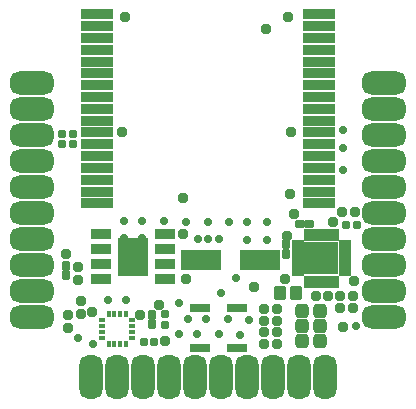
<source format=gts>
G04*
G04 #@! TF.GenerationSoftware,Altium Limited,Altium Designer,21.8.1 (53)*
G04*
G04 Layer_Color=8388736*
%FSLAX43Y43*%
%MOMM*%
G71*
G04*
G04 #@! TF.SameCoordinates,52961A17-6BC2-4DDE-B822-5F8CA39096D4*
G04*
G04*
G04 #@! TF.FilePolarity,Negative*
G04*
G01*
G75*
%ADD20R,1.700X0.800*%
%ADD34R,2.743X0.853*%
G04:AMPARAMS|DCode=35|XSize=0.743mm|YSize=0.783mm|CornerRadius=0.169mm|HoleSize=0mm|Usage=FLASHONLY|Rotation=180.000|XOffset=0mm|YOffset=0mm|HoleType=Round|Shape=RoundedRectangle|*
%AMROUNDEDRECTD35*
21,1,0.743,0.445,0,0,180.0*
21,1,0.405,0.783,0,0,180.0*
1,1,0.338,-0.203,0.223*
1,1,0.338,0.203,0.223*
1,1,0.338,0.203,-0.223*
1,1,0.338,-0.203,-0.223*
%
%ADD35ROUNDEDRECTD35*%
G04:AMPARAMS|DCode=36|XSize=0.903mm|YSize=0.803mm|CornerRadius=0.177mm|HoleSize=0mm|Usage=FLASHONLY|Rotation=90.000|XOffset=0mm|YOffset=0mm|HoleType=Round|Shape=RoundedRectangle|*
%AMROUNDEDRECTD36*
21,1,0.903,0.450,0,0,90.0*
21,1,0.550,0.803,0,0,90.0*
1,1,0.353,0.225,0.275*
1,1,0.353,0.225,-0.275*
1,1,0.353,-0.225,-0.275*
1,1,0.353,-0.225,0.275*
%
%ADD36ROUNDEDRECTD36*%
G04:AMPARAMS|DCode=37|XSize=0.753mm|YSize=0.703mm|CornerRadius=0.164mm|HoleSize=0mm|Usage=FLASHONLY|Rotation=180.000|XOffset=0mm|YOffset=0mm|HoleType=Round|Shape=RoundedRectangle|*
%AMROUNDEDRECTD37*
21,1,0.753,0.375,0,0,180.0*
21,1,0.425,0.703,0,0,180.0*
1,1,0.328,-0.213,0.188*
1,1,0.328,0.213,0.188*
1,1,0.328,0.213,-0.188*
1,1,0.328,-0.213,-0.188*
%
%ADD37ROUNDEDRECTD37*%
%ADD38R,3.403X1.803*%
%ADD39R,2.903X2.803*%
%ADD40R,0.553X1.053*%
%ADD41R,1.003X0.553*%
%ADD42R,1.728X0.853*%
%ADD43R,2.603X3.303*%
%ADD44R,0.453X0.528*%
%ADD45R,0.528X0.453*%
G04:AMPARAMS|DCode=46|XSize=0.903mm|YSize=0.803mm|CornerRadius=0.177mm|HoleSize=0mm|Usage=FLASHONLY|Rotation=0.000|XOffset=0mm|YOffset=0mm|HoleType=Round|Shape=RoundedRectangle|*
%AMROUNDEDRECTD46*
21,1,0.903,0.450,0,0,0.0*
21,1,0.550,0.803,0,0,0.0*
1,1,0.353,0.275,-0.225*
1,1,0.353,-0.275,-0.225*
1,1,0.353,-0.275,0.225*
1,1,0.353,0.275,0.225*
%
%ADD46ROUNDEDRECTD46*%
G04:AMPARAMS|DCode=47|XSize=0.753mm|YSize=0.703mm|CornerRadius=0.164mm|HoleSize=0mm|Usage=FLASHONLY|Rotation=270.000|XOffset=0mm|YOffset=0mm|HoleType=Round|Shape=RoundedRectangle|*
%AMROUNDEDRECTD47*
21,1,0.753,0.375,0,0,270.0*
21,1,0.425,0.703,0,0,270.0*
1,1,0.328,-0.188,-0.213*
1,1,0.328,-0.188,0.213*
1,1,0.328,0.188,0.213*
1,1,0.328,0.188,-0.213*
%
%ADD47ROUNDEDRECTD47*%
G04:AMPARAMS|DCode=48|XSize=1.153mm|YSize=1.053mm|CornerRadius=0.208mm|HoleSize=0mm|Usage=FLASHONLY|Rotation=270.000|XOffset=0mm|YOffset=0mm|HoleType=Round|Shape=RoundedRectangle|*
%AMROUNDEDRECTD48*
21,1,1.153,0.638,0,0,270.0*
21,1,0.738,1.053,0,0,270.0*
1,1,0.416,-0.319,-0.369*
1,1,0.416,-0.319,0.369*
1,1,0.416,0.319,0.369*
1,1,0.416,0.319,-0.369*
%
%ADD48ROUNDEDRECTD48*%
G04:AMPARAMS|DCode=49|XSize=1.113mm|YSize=1.133mm|CornerRadius=0.215mm|HoleSize=0mm|Usage=FLASHONLY|Rotation=0.000|XOffset=0mm|YOffset=0mm|HoleType=Round|Shape=RoundedRectangle|*
%AMROUNDEDRECTD49*
21,1,1.113,0.703,0,0,0.0*
21,1,0.683,1.133,0,0,0.0*
1,1,0.431,0.341,-0.351*
1,1,0.431,-0.341,-0.351*
1,1,0.431,-0.341,0.351*
1,1,0.431,0.341,0.351*
%
%ADD49ROUNDEDRECTD49*%
G04:AMPARAMS|DCode=50|XSize=0.743mm|YSize=0.783mm|CornerRadius=0.169mm|HoleSize=0mm|Usage=FLASHONLY|Rotation=270.000|XOffset=0mm|YOffset=0mm|HoleType=Round|Shape=RoundedRectangle|*
%AMROUNDEDRECTD50*
21,1,0.743,0.445,0,0,270.0*
21,1,0.405,0.783,0,0,270.0*
1,1,0.338,-0.223,-0.203*
1,1,0.338,-0.223,0.203*
1,1,0.338,0.223,0.203*
1,1,0.338,0.223,-0.203*
%
%ADD50ROUNDEDRECTD50*%
G04:AMPARAMS|DCode=51|XSize=1.953mm|YSize=3.703mm|CornerRadius=0.758mm|HoleSize=0mm|Usage=FLASHONLY|Rotation=270.000|XOffset=0mm|YOffset=0mm|HoleType=Round|Shape=RoundedRectangle|*
%AMROUNDEDRECTD51*
21,1,1.953,2.188,0,0,270.0*
21,1,0.438,3.703,0,0,270.0*
1,1,1.516,-1.094,-0.219*
1,1,1.516,-1.094,0.219*
1,1,1.516,1.094,0.219*
1,1,1.516,1.094,-0.219*
%
%ADD51ROUNDEDRECTD51*%
G04:AMPARAMS|DCode=52|XSize=1.953mm|YSize=3.703mm|CornerRadius=0.758mm|HoleSize=0mm|Usage=FLASHONLY|Rotation=180.000|XOffset=0mm|YOffset=0mm|HoleType=Round|Shape=RoundedRectangle|*
%AMROUNDEDRECTD52*
21,1,1.953,2.188,0,0,180.0*
21,1,0.438,3.703,0,0,180.0*
1,1,1.516,-0.219,1.094*
1,1,1.516,0.219,1.094*
1,1,1.516,0.219,-1.094*
1,1,1.516,-0.219,-1.094*
%
%ADD52ROUNDEDRECTD52*%
%ADD53C,0.953*%
%ADD54C,0.703*%
D20*
X16129Y4345D02*
D03*
Y7745D02*
D03*
X19253Y4345D02*
D03*
Y7745D02*
D03*
D34*
X26246Y32581D02*
D03*
Y31581D02*
D03*
Y30581D02*
D03*
Y29581D02*
D03*
Y28581D02*
D03*
Y27581D02*
D03*
Y26581D02*
D03*
Y25581D02*
D03*
Y24581D02*
D03*
Y23581D02*
D03*
Y22581D02*
D03*
Y21581D02*
D03*
Y20581D02*
D03*
Y19581D02*
D03*
Y18581D02*
D03*
Y17581D02*
D03*
Y16581D02*
D03*
X7406D02*
D03*
Y17581D02*
D03*
Y18581D02*
D03*
Y19581D02*
D03*
Y20581D02*
D03*
Y21581D02*
D03*
Y22581D02*
D03*
Y23581D02*
D03*
Y24581D02*
D03*
Y25581D02*
D03*
Y26581D02*
D03*
Y27581D02*
D03*
Y28581D02*
D03*
Y29581D02*
D03*
Y30581D02*
D03*
Y31581D02*
D03*
Y32581D02*
D03*
D35*
X4826Y10532D02*
D03*
Y11312D02*
D03*
X23420Y13101D02*
D03*
Y12321D02*
D03*
X12072Y6341D02*
D03*
Y7121D02*
D03*
D36*
X5842Y11218D02*
D03*
Y10118D02*
D03*
X6096Y8297D02*
D03*
Y7197D02*
D03*
X4960Y6054D02*
D03*
Y7154D02*
D03*
D37*
X13215Y6281D02*
D03*
Y7181D02*
D03*
D38*
X21255Y11811D02*
D03*
X16255D02*
D03*
D39*
X26416Y11938D02*
D03*
D40*
X27666Y9963D02*
D03*
X27166D02*
D03*
X26666D02*
D03*
X26166D02*
D03*
X25666D02*
D03*
X25166D02*
D03*
Y13913D02*
D03*
X25666D02*
D03*
X26166D02*
D03*
X26666D02*
D03*
X27166D02*
D03*
X27666D02*
D03*
D41*
X24416Y10688D02*
D03*
Y11188D02*
D03*
Y11688D02*
D03*
Y12188D02*
D03*
Y12688D02*
D03*
Y13188D02*
D03*
X28416D02*
D03*
Y12688D02*
D03*
Y12188D02*
D03*
Y11688D02*
D03*
Y11188D02*
D03*
Y10688D02*
D03*
D42*
X7788Y13970D02*
D03*
Y12700D02*
D03*
Y11430D02*
D03*
Y10160D02*
D03*
X13212D02*
D03*
Y11430D02*
D03*
Y12700D02*
D03*
Y13970D02*
D03*
D43*
X10500Y12065D02*
D03*
D44*
X8401Y7232D02*
D03*
X8901D02*
D03*
X9401D02*
D03*
X9901D02*
D03*
Y4706D02*
D03*
X9401D02*
D03*
X8901D02*
D03*
X8401D02*
D03*
D45*
X10414Y6719D02*
D03*
Y6219D02*
D03*
Y5719D02*
D03*
Y5219D02*
D03*
X7888D02*
D03*
Y5719D02*
D03*
Y6219D02*
D03*
Y6719D02*
D03*
D46*
X22648Y4699D02*
D03*
X21548D02*
D03*
X22648Y5715D02*
D03*
X21548D02*
D03*
X22648Y6604D02*
D03*
X21548D02*
D03*
X29125Y7747D02*
D03*
X28025D02*
D03*
X29125Y8763D02*
D03*
X28025D02*
D03*
X22648Y7620D02*
D03*
X21548D02*
D03*
X28145Y15868D02*
D03*
X29245D02*
D03*
D47*
X5403Y22479D02*
D03*
X4503D02*
D03*
X5403Y21590D02*
D03*
X4503D02*
D03*
X12268Y4826D02*
D03*
X11368D02*
D03*
X29406Y14732D02*
D03*
X28506D02*
D03*
D48*
X22947Y9017D02*
D03*
X24297D02*
D03*
D49*
X24767Y7493D02*
D03*
X26287D02*
D03*
X24767Y6223D02*
D03*
X26287D02*
D03*
X24767Y4953D02*
D03*
X26287D02*
D03*
D50*
X24629Y14859D02*
D03*
X25409D02*
D03*
D51*
X31738Y20193D02*
D03*
Y6985D02*
D03*
Y26797D02*
D03*
Y24596D02*
D03*
Y9186D02*
D03*
Y13589D02*
D03*
Y11388D02*
D03*
Y22394D02*
D03*
Y15790D02*
D03*
Y17992D02*
D03*
X1917Y15790D02*
D03*
Y17992D02*
D03*
Y11388D02*
D03*
Y22394D02*
D03*
Y20193D02*
D03*
Y24596D02*
D03*
Y9186D02*
D03*
Y6985D02*
D03*
Y26797D02*
D03*
Y13589D02*
D03*
D52*
X17884Y1860D02*
D03*
X15682D02*
D03*
X22286D02*
D03*
X11280D02*
D03*
X13481D02*
D03*
X9078D02*
D03*
X24488D02*
D03*
X26689D02*
D03*
X6877D02*
D03*
X20085D02*
D03*
D53*
X24141Y15703D02*
D03*
X4826Y12319D02*
D03*
X9546Y22606D02*
D03*
X9779Y32385D02*
D03*
X23345Y10160D02*
D03*
X23876Y22606D02*
D03*
X23622Y32385D02*
D03*
X28252Y6139D02*
D03*
X13215Y4917D02*
D03*
X26970Y8765D02*
D03*
X12700Y8001D02*
D03*
X14949Y10196D02*
D03*
X23500Y13800D02*
D03*
X25955Y8716D02*
D03*
X20731Y9513D02*
D03*
X29210Y10033D02*
D03*
X23749Y17399D02*
D03*
X11049Y7112D02*
D03*
X27420Y14969D02*
D03*
X21699Y31355D02*
D03*
X14732Y13970D02*
D03*
X6985Y7366D02*
D03*
X14732Y17018D02*
D03*
D54*
X14351Y8128D02*
D03*
X28220Y22762D02*
D03*
Y21238D02*
D03*
Y19397D02*
D03*
X29337Y6223D02*
D03*
X9738Y10922D02*
D03*
X11262D02*
D03*
X9738Y12288D02*
D03*
X11262D02*
D03*
X17739Y13589D02*
D03*
X9738Y13653D02*
D03*
X11262D02*
D03*
X9738Y15045D02*
D03*
X11262D02*
D03*
X15961Y13589D02*
D03*
X16850D02*
D03*
X13104Y15045D02*
D03*
X16787Y15019D02*
D03*
X14945D02*
D03*
X20100Y13462D02*
D03*
X21803D02*
D03*
X20100Y15019D02*
D03*
X21803D02*
D03*
X18628D02*
D03*
X5842Y5207D02*
D03*
X7112Y4699D02*
D03*
X15875Y5488D02*
D03*
X17716D02*
D03*
X19558Y5461D02*
D03*
X18479Y6758D02*
D03*
X16637D02*
D03*
X20320Y6731D02*
D03*
X15113Y6758D02*
D03*
X14351Y5488D02*
D03*
X17907Y9017D02*
D03*
X19177Y10287D02*
D03*
X8367Y8407D02*
D03*
X9891D02*
D03*
M02*

</source>
